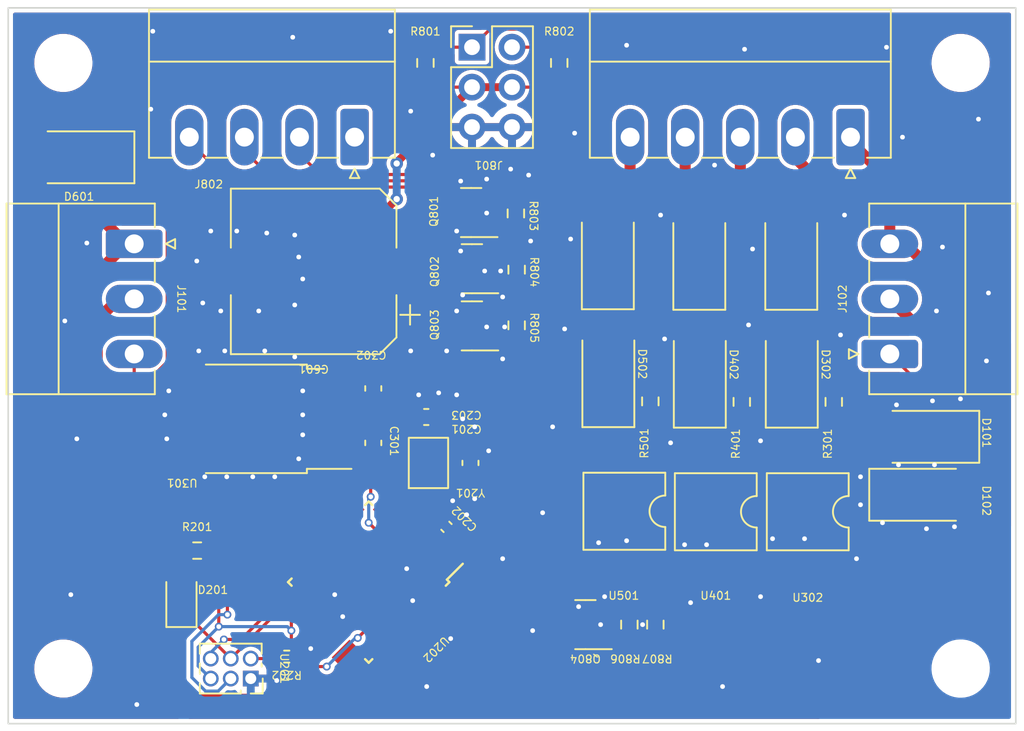
<source format=kicad_pcb>
(kicad_pcb (version 20221018) (generator pcbnew)
  (layers (0 "F.Cu" signal) (31 "B.Cu" signal) (34 "B.Paste" user) (35 "F.Paste" user) (36 "B.SilkS" user "B.Silkscreen") (37 "F.SilkS" user "F.Silkscreen") (38 "B.Mask" user) (39 "F.Mask" user) (44 "Edge.Cuts" user))
  (net 0 "")
  (net 1 "GND")
  (net 2 "VCC")
  (net 3 "+12V")
  (net 4 "Net-(D101-K)")
  (net 5 "/track_left")
  (net 6 "/Buffer/TRACK")
  (net 7 "/Brake/COM")
  (net 8 "Net-(D201-A)")
  (net 10 "/CPU/X1")
  (net 11 "+5V")
  (net 12 "/CPU/X2")
  (net 13 "/Brake/TRACK")
  (net 14 "/CPU/SCK")
  (net 15 "Net-(D301-K)")
  (net 16 "Net-(D501-K)")
  (net 17 "Net-(D401-K)")
  (net 18 "/Stop/TRACK")
  (net 19 "/ring_right")
  (net 20 "/CPU/downline")
  (net 21 "Net-(Q804-G)")
  (net 22 "Net-(R501-Pad2)")
  (net 23 "/CPU/PWM")
  (net 24 "/ring_left")
  (net 25 "/CPU/main")
  (net 26 "/signals/green_amp")
  (net 27 "/signals/yellow_amp")
  (net 28 "/signals/red_amp")
  (net 29 "/buffer")
  (net 30 "/brake")
  (net 31 "/stop")
  (net 33 "Net-(Q801-B)")
  (net 34 "Net-(Q802-B)")
  (net 35 "Net-(Q803-B)")
  (net 36 "/CPU/reset")
  (net 37 "Net-(R301-Pad2)")
  (net 38 "Net-(R401-Pad2)")
  (net 41 "/CPU/green")
  (net 42 "/CPU/yellow")
  (net 43 "/CPU/red")
  (net 44 "/CPU/MOSI")
  (net 45 "/CPU/MISO")
  (net 48 "/CPU/upline")
  (net 49 "/CPU/dist")
  (footprint "Resistor_SMD:R_0603_1608Metric_Pad0.98x0.95mm_HandSolder" (layer "F.Cu") (at 54 56 180)
    (fp_text reference "R201")
    (fp_text value "6k2")
  )
  (footprint "Connector_Phoenix_MC:PhoenixContact_MC_1,5_3-G-3.5_1x03_P3.50mm_Horizontal" (layer "F.Cu") (at 50 36.5 -90)
    (fp_text reference "J101")
    (fp_text value "Screw_Terminal_01x04")
  )
  (footprint "Package_TO_SOT_SMD:SOT-23" (layer "F.Cu") (at 71.404 34.5115 180)
    (fp_text reference "Q801")
    (fp_text value "NPN_TOR")
  )
  (footprint "custom_kicad_lib_sk:R_0603_smalltext" (layer "F.Cu") (at 88.596999 46.547 -90)
    (fp_text reference "R401")
    (fp_text value "47R")
  )
  (footprint "Package_TO_SOT_SMD:TO-252-2" (layer "F.Cu") (at 57.66 47.625 180)
    (fp_text reference "U301")
    (fp_text value "LM78M05_TO252")
  )
  (footprint "Capacitor_SMD:C_0603_1608Metric_Pad1.08x0.95mm_HandSolder" (layer "F.Cu") (at 65.187 45.6925 -90)
    (fp_text reference "C302")
    (fp_text value "100nF")
  )
  (footprint "Package_DIP:SMDIP-4_W7.62mm" (layer "F.Cu") (at 86.945999 53.532 -90)
    (fp_text reference "U401")
    (fp_text value "EL817S")
  )
  (footprint "custom_kicad_lib_sk:crystal_arduino" (layer "F.Cu") (at 68.693 50.428208 90)
    (fp_text reference "Y201")
    (fp_text value "Crystal_GND2")
  )
  (footprint "Diode_SMD:D_SMA" (layer "F.Cu") (at 85.898 37.181 90)
    (fp_text reference "D401" hide)
    (fp_text value "SS53")
  )
  (footprint "Diode_SMD:D_SMA" (layer "F.Cu") (at 85.93 44.674 90)
    (fp_text reference "D402")
    (fp_text value "SS53")
  )
  (footprint "custom_kicad_lib_sk:R_0603_smalltext" (layer "F.Cu") (at 94.438999 46.547 -90)
    (fp_text reference "R301")
    (fp_text value "47R")
  )
  (footprint "custom_kicad_lib_sk:R_0603_smalltext" (layer "F.Cu") (at 82.786998 46.515 -90)
    (fp_text reference "R501")
    (fp_text value "47R")
  )
  (footprint "Package_TO_SOT_SMD:SOT-23" (layer "F.Cu") (at 78.6615 60.706 180)
    (fp_text reference "Q804")
    (fp_text value "AO3400A")
  )
  (footprint "Diode_SMD:D_SMA" (layer "F.Cu") (at 91.772 44.674 90)
    (fp_text reference "D302")
    (fp_text value "SS53")
  )
  (footprint "custom_kicad_lib_sk:R_0603_smalltext" (layer "F.Cu") (at 81.4555 60.706 90)
    (fp_text reference "R806")
    (fp_text value "22k")
  )
  (footprint "Connector_Phoenix_MC:PhoenixContact_MC_1,5_3-G-3.5_1x03_P3.50mm_Horizontal" (layer "F.Cu") (at 98 43.5 90)
    (fp_text reference "J102")
    (fp_text value "Screw_Terminal_01x04")
  )
  (footprint "Capacitor_SMD:C_0603_1608Metric" (layer "F.Cu") (at 71.36 50.428208 -90)
    (fp_text reference "C201")
    (fp_text value "12pF")
  )
  (footprint "Package_DIP:SMDIP-4_W7.62mm" (layer "F.Cu") (at 81.135998 53.5 -90)
    (fp_text reference "U501")
    (fp_text value "EL817S")
  )
  (footprint "Package_TO_SOT_SMD:SOT-23" (layer "F.Cu") (at 71.4525 38.0815 180)
    (fp_text reference "Q802")
    (fp_text value "NPN_TOR")
  )
  (footprint "Capacitor_SMD:C_0603_1608Metric_Pad1.08x0.95mm_HandSolder" (layer "F.Cu") (at 65.187 49.155 90)
    (fp_text reference "C301")
    (fp_text value "330nF")
  )
  (footprint "Capacitor_SMD:CP_Elec_10x10" (layer "F.Cu") (at 61.3995 38.253 180)
    (fp_text reference "C601")
    (fp_text value "220uF")
  )
  (footprint "Capacitor_SMD:C_0603_1608Metric" (layer "F.Cu") (at 68.553 47.507208 180)
    (fp_text reference "C203")
    (fp_text value "12pF")
  )
  (footprint "LED_SMD:LED_0805_2012Metric_Pad1.15x1.40mm_HandSolder" (layer "F.Cu") (at 53 59 90)
    (fp_text reference "D201")
    (fp_text value "LED")
  )
  (footprint "Diode_SMD:D_SMA" (layer "F.Cu") (at 80.087998 37.149 90)
    (fp_text reference "D501" hide)
    (fp_text value "SS53")
  )
  (footprint "Diode_SMD:D_SMA" (layer "F.Cu") (at 46.5 31 180)
    (fp_text reference "D601")
    (fp_text value "SS53")
  )
  (footprint "Diode_SMD:D_SMA" (layer "F.Cu") (at 100.203 52.451)
    (fp_text reference "D102")
    (fp_text value "SS53")
  )
  (footprint "Diode_SMD:D_SMA" (layer "F.Cu") (at 91.74 37.181 90)
    (fp_text reference "D301" hide)
    (fp_text value "SS53")
  )
  (footprint "custom_kicad_lib_sk:R_0603_smalltext" (layer "F.Cu") (at 68.5 25 -90)
    (fp_text reference "R801")
    (fp_text value "10k")
  )
  (footprint "Diode_SMD:D_SMA" (layer "F.Cu") (at 100.171 48.768 180)
    (fp_text reference "D101")
    (fp_text value "SS53")
  )
  (footprint "Package_TO_SOT_SMD:SOT-23" (layer "F.Cu") (at 71.4525 41.717 180)
    (fp_text reference "Q803")
    (fp_text value "NPN_TOR")
  )
  (footprint "Capacitor_SMD:C_0402_1005Metric" (layer "F.Cu") (at 69.836 54.492208 -45)
    (fp_text reference "C202")
    (fp_text value "100nF")
  )
  (footprint "MountingHole:MountingHole_3.2mm_M3" (layer "F.Cu") (at 45.5 25)
    (fp_text reference "REF**" hide)
    (fp_text value "MountingHole_3.2mm_M3")
  )
  (footprint "custom_kicad_lib_sk:R_0603_smalltext" (layer "F.Cu") (at 74.295 38.1425 -90)
    (fp_text reference "R804")
    (fp_text value "1k")
  )
  (footprint "MountingHole:MountingHole_3.2mm_M3" (layer "F.Cu") (at 102.5 63.5)
    (fp_text reference "REF**" hide)
    (fp_text value "MountingHole_3.2mm_M3")
  )
  (footprint "custom_kicad_lib_sk:R_0603_smalltext" (layer "F.Cu") (at 74.2465 34.5675 -90)
    (fp_text reference "R803")
    (fp_text value "1k")
  )
  (footprint "Package_QFP:TQFP-32_7x7mm_P0.8mm" (layer "F.Cu") (at 64.897 58.004208 -135)
    (fp_text reference "U202")
    (fp_text value "ATmega328-A")
  )
  (footprint "custom_kicad_lib_sk:R_0603_smalltext" (layer "F.Cu") (at 77 25 -90)
    (fp_text reference "R802")
    (fp_text value "10k")
  )
  (footprint "Connector_PinSocket_1.27mm:PinSocket_2x03_P1.27mm_Vertical" (layer "F.Cu") (at 57.404 64.135 -90)
    (fp_text reference "U201")
    (fp_text value "HEADER_3x2")
  )
  (footprint "custom_kicad_lib_sk:R_0603_smalltext" (layer "F.Cu") (at 74.295 41.6795 -90)
    (fp_text reference "R805")
    (fp_text value "1k")
  )
  (footprint "Package_DIP:SMDIP-4_W7.62mm" (layer "F.Cu") (at 92.787999 53.532 -90)
    (fp_text reference "U302")
    (fp_text value "EL817S")
  )
  (footprint "custom_kicad_lib_sk:R_0603_smalltext" (layer "F.Cu") (at 83.1065 60.706 90)
    (fp_text reference "R807")
    (fp_text value "22R")
  )
  (footprint "MountingHole:MountingHole_3.2mm_M3" (layer "F.Cu") (at 45.5 63.5)
    (fp_text reference "REF**" hide)
    (fp_text value "MountingHole_3.2mm_M3")
  )
  (footprint "MountingHole:MountingHole_3.2mm_M3" (layer "F.Cu") (at 102.5 25)
    (fp_text reference "REF**" hide)
    (fp_text value "MountingHole_3.2mm_M3")
  )
  (footprint "Diode_SMD:D_SMA" (layer "F.Cu") (at 80.119998 44.642 90)
    (fp_text reference "D502")
    (fp_text value "SS53")
  )
  (footprint "Connector_Phoenix_MC:PhoenixContact_MC_1,5_4-G-3.5_1x04_P3.50mm_Horizontal" (layer "F.Cu") (at 64 29.718 180)
    (fp_text reference "J802")
    (fp_text value "Conn_01x04")
  )
  (footprint "Connector_Phoenix_MC:PhoenixContact_MC_1,5_5-G-3.5_1x05_P3.50mm_Horizontal" (layer "F.Cu") (at 95.504 29.718 180)
    (fp_text reference "J103" hide)
    (fp_text value "Screw_Terminal_01x04")
  )
  (footprint "Resistor_SMD:R_0402_1005Metric_Pad0.72x0.64mm_HandSolder" (layer "F.Cu") (at 59.69 62.738 180)
    (fp_text reference "R202")
    (fp_text value "10k")
  )
  (footprint "Connector_PinHeader_2.54mm:PinHeader_2x03_P2.54mm_Vertical" (layer "F.Cu") (at 71.46 24)
    (fp_text reference "J801")
    (fp_text value "Conn_02x03_Odd_Even")
  )
  (gr_rect (start 42 21.5) (end 106 67) (stroke (width 0.1)) (fill none) (layer "Edge.Cuts"))
  (segment (start 68.693 50.278208) (end 69.643 49.328208) (width 0.2) (layer "F.Cu") (net 1))
  (segment (start 69.766645 54.831619) (end 70.175411 54.831619) (width 0.2) (layer "F.Cu") (net 1))
  (segment (start 67.743 51.228208) (end 68.693 50.278208) (width 0.2) (layer "F.Cu") (net 1))
  (segment (start 71.36 49.653208) (end 69.968 49.653208) (width 0.2) (layer "F.Cu") (net 1))
  (segment (start 68.750732 55.847532) (end 69.766645 54.831619) (width 0.2) (layer "F.Cu") (net 1))
  (segment (start 68.841928 53.493594) (end 69.735386 53.493594) (width 0.2) (layer "F.Cu") (net 1))
  (segment (start 70.175411 53.933619) (end 70.175411 54.831619) (width 0.2) (layer "F.Cu") (net 1))
  (segment (start 62.174639 61.292255) (end 62.151745 61.292255) (width 0.2) (layer "F.Cu") (net 1))
  (segment (start 67.619361 54.716161) (end 68.841928 53.493594) (width 0.2) (layer "F.Cu") (net 1))
  (segment (start 69.328 47.507208) (end 69.328 49.013208) (width 0.2) (layer "F.Cu") (net 1))
  (segment (start 62.151745 61.292255) (end 61.214 62.23) (width 0.2) (layer "F.Cu") (net 1))
  (segment (start 69.735386 53.493594) (end 70.175411 53.933619) (width 0.2) (layer "F.Cu") (net 1))
  (via (at 58.42 35.814) (size 0.5) (drill 0.3) (layers "F.Cu" "B.Cu") (net 1))
  (via (at 75.311 61.087) (size 0.5) (drill 0.3) (layers "F.Cu" "B.Cu") (net 1))
  (via (at 104.267 39.624) (size 0.5) (drill 0.3) (layers "F.Cu" "B.Cu") (net 1))
  (via (at 60.706 38.735) (size 0.5) (drill 0.3) (layers "F.Cu" "B.Cu") (net 1))
  (via (at 95.885 56.515) (size 0.5) (drill 0.3) (layers "F.Cu" "B.Cu") (net 1))
  (via (at 54.864 35.687) (size 0.5) (drill 0.3) (layers "F.Cu" "B.Cu") (net 1))
  (via (at 60.198 43.688) (size 0.5) (drill 0.3) (layers "F.Cu" "B.Cu") (net 1))
  (via (at 84.963 55.626) (size 0.5) (drill 0.3) (layers "F.Cu" "B.Cu") (net 1))
  (via (at 73.279 38.227) (size 0.5) (drill 0.3) (layers "F.Cu" "B.Cu") (net 1))
  (via (at 72.39 34.544) (size 0.5) (drill 0.3) (layers "F.Cu" "B.Cu") (net 1))
  (via (at 72.263 38.227) (size 0.5) (drill 0.3) (layers "F.Cu" "B.Cu") (net 1))
  (via (at 81.28 23.876) (size 0.5) (drill 0.3) (layers "F.Cu" "B.Cu") (net 1))
  (via (at 51.054 27.94) (size 0.5) (drill 0.3) (layers "F.Cu" "B.Cu") (net 1))
  (via (at 98.425 46.736) (size 0.5) (drill 0.3) (layers "F.Cu" "B.Cu") (net 1))
  (via (at 97.536 54.229) (size 0.5) (drill 0.3) (layers "F.Cu" "B.Cu") (net 1))
  (via (at 100.33 54.61) (size 0.5) (drill 0.3) (layers "F.Cu" "B.Cu") (net 1))
  (via (at 94.869 42.291) (size 0.5) (drill 0.3) (layers "F.Cu" "B.Cu") (net 1))
  (via (at 60.706 47.371) (size 0.5) (drill 0.3) (layers "F.Cu" "B.Cu") (net 1))
  (via (at 63.246 60.198) (size 0.5) (drill 0.3) (layers "F.Cu" "B.Cu") (net 1))
  (via (at 87.376 64.643) (size 0.5) (drill 0.3) (layers "F.Cu" "B.Cu") (net 1))
  (via (at 70.866 39.751) (size 0.5) (drill 0.3) (layers "F.Cu" "B.Cu") (net 1))
  (via (at 46.355 48.895) (size 0.5) (drill 0.3) (layers "F.Cu" "B.Cu") (net 1))
  (via (at 60.198 40.386) (size 0.5) (drill 0.3) (layers "F.Cu" "B.Cu") (net 1))
  (via (at 97.79 24.003) (size 0.5) (drill 0.3) (layers "F.Cu" "B.Cu") (net 1))
  (via (at 45.974 58.801) (size 0.5) (drill 0.3) (layers "F.Cu" "B.Cu") (net 1))
  (via (at 72.517 49.657) (size 0.5) (drill 0.3) (layers "F.Cu" "B.Cu") (net 1))
  (via (at 83.439 34.671) (size 0.5) (drill 0.3) (layers "F.Cu" "B.Cu") (net 1))
  (via (at 57.531 51.308) (size 0.5) (drill 0.3) (layers "F.Cu" "B.Cu") (net 1))
  (via (at 88.773 24.13) (size 0.5) (drill 0.3) (layers "F.Cu" "B.Cu") (net 1))
  (via (at 73.406 43.815) (size 0.5) (drill 0.3) (layers "F.Cu" "B.Cu") (net 1))
  (via (at 90.551 55.245) (size 0.5) (drill 0.3) (layers "F.Cu" "B.Cu") (net 1))
  (via (at 55.753 43.307) (size 0.5) (drill 0.3) (layers "F.Cu" "B.Cu") (net 1))
  (via (at 76.581 48.133) (size 0.5) (drill 0.3) (layers "F.Cu" "B.Cu") (net 1))
  (via (at 67.564 43.307) (size 0.5) (drill 0.3) (layers "F.Cu" "B.Cu") (net 1))
  (via (at 75.184 36.322) (size 0.5) (drill 0.3) (layers "F.Cu" "B.Cu") (net 1))
  (via (at 98.806 29.718) (size 0.5) (drill 0.3) (layers "F.Cu" "B.Cu") (net 1))
  (via (at 58.293 43.307) (size 0.5) (drill 0.3) (layers "F.Cu" "B.Cu") (net 1))
  (via (at 71.628 52.705) (size 0.5) (drill 0.3) (layers "F.Cu" "B.Cu") (net 1))
  (via (at 95.123 34.671) (size 0.5) (drill 0.3) (layers "F.Cu" "B.Cu") (net 1))
  (via (at 84.074 49.149) (size 0.5) (drill 0.3) (layers "F.Cu" "B.Cu") (net 1))
  (via (at 70.739 32.512) (size 0.5) (drill 0.3) (layers "F.Cu" "B.Cu") (net 1))
  (via (at 54.102 43.307) (size 0.5) (drill 0.3) (layers "F.Cu" "B.Cu") (net 1))
  (via (at 100.711 46.482) (size 0.5) (drill 0.3) (layers "F.Cu" "B.Cu") (net 1))
  (via (at 81.28 55.372) (size 0.5) (drill 0.3) (layers "F.Cu" "B.Cu") (net 1))
  (via (at 60.071 23.368) (size 0.5) (drill 0.3) (layers "F.Cu" "B.Cu") (net 1))
  (via (at 102.489 46.355) (size 0.5) (drill 0.3) (layers "F.Cu" "B.Cu") (net 1))
  (via (at 102.108 54.483) (size 0.5) (drill 0.3) (layers "F.Cu" "B.Cu") (net 1))
  (via (at 53.975 37.592) (size 0.5) (drill 0.3) (layers "F.Cu" "B.Cu") (net 1))
  (via (at 77.343 41.91) (size 0.5) (drill 0.3) (layers "F.Cu" "B.Cu") (net 1))
  (via (at 60.706 45.847) (size 0.5) (drill 0.3) (layers "F.Cu" "B.Cu") (net 1))
  (via (at 89.027 41.656) (size 0.5) (drill 0.3) (layers "F.Cu" "B.Cu") (net 1))
  (via (at 54.483 51.308) (size 0.5) (drill 0.3) (layers "F.Cu" "B.Cu") (net 1))
  (via (at 75.946 53.594) (size 0.5) (drill 0.3) (layers "F.Cu" "B.Cu") (net 1))
  (via (at 70.866 47.625) (size 0.5) (drill 0.3) (layers "F.Cu" "B.Cu") (net 1))
  (via (at 78.232 59.563) (size 0.5) (drill 0.3) (layers "F.Cu" "B.Cu") (net 1))
  (via (at 46.99 36.449) (size 0.5) (drill 0.3) (layers "F.Cu" "B.Cu") (net 1))
  (via (at 100.965 40.767) (size 0.5) (drill 0.3) (layers "F.Cu" "B.Cu") (net 1))
  (via (at 70.485 40.767) (size 0.5) (drill 0.3) (layers "F.Cu" "B.Cu") (net 1))
  (via (at 103.632 28.575) (size 0.5) (drill 0.3) (layers "F.Cu" "B.Cu") (net 1))
  (via (at 86.36 55.626) (size 0.5) (drill 0.3) (layers "F.Cu" "B.Cu") (net 1))
  (via (at 70.231 52.832) (size 0.5) (drill 0.3) (layers "F.Cu" "B.Cu") (net 1))
  (via (at 79.629 60.706) (size 0.5) (drill 0.3) (layers "F.Cu" "B.Cu") (net 1))
  (via (at 71.628 48.133) (size 0.5) (drill 0.3) (layers "F.Cu" "B.Cu") (net 1))
  (via (at 70.739 36.957) (size 0.5) (drill 0.3) (layers "F.Cu" "B.Cu") (net 1))
  (via (at 101.346 36.703) (size 0.5) (drill 0.3) (layers "F.Cu" "B.Cu") (net 1))
  (via (at 83.693 42.545) (size 0.5) (drill 0.3) (layers "F.Cu" "B.Cu") (net 1))
  (via (at 79.883 58.928) (size 0.5) (drill 0.3) (layers "F.Cu" "B.Cu") (net 1))
  (via (at 51.943 47.371) (size 0.5) (drill 0.3) (layers "F.Cu" "B.Cu") (net 1))
  (via (at 73.533 41.783) (size 0.5) (drill 0.3) (layers "F.Cu" "B.Cu") (net 1))
  (via (at 66.294 22.987) (size 0.5) (drill 0.3) (layers "F.Cu" "B.Cu") (net 1))
  (via (at 68.072 46.101) (size 0.5) (drill 0.3) (layers "F.Cu" "B.Cu") (net 1))
  (via (at 68.58 64.643) (size 0.5) (drill 0.3) (layers "F.Cu" "B.Cu") (net 1))
  (via (at 59.055 64.262) (size 0.5) (drill 0.3) (layers "F.Cu" "B.Cu") (net 1))
  (via (at 89.789 58.928) (size 0.5) (drill 0.3) (layers "F.Cu" "B.Cu") (net 1))
  (via (at 72.39 41.783) (size 0.5) (drill 0.3) (layers "F.Cu" "B.Cu") (net 1))
  (via (at 67.31 57.15) (size 0.5) (drill 0.3) (layers "F.Cu" "B.Cu") (net 1))
  (via (at 58.928 51.308) (size 0.5) (drill 0.3) (layers "F.Cu" "B.Cu") (net 1))
  (via (at 62.738 58.801) (size 0.5) (drill 0.3) (layers "F.Cu" "B.Cu") (net 1))
  (via (at 52.07 48.895) (size 0.5) (drill 0.3) (layers "F.Cu" "B.Cu") (net 1))
  (via (at 73.406 39.878) (size 0.5) (drill 0.3) (layers "F.Cu" "B.Cu") (net 1))
  (via (at 73.914 31.75) (size 0.5) (drill 0.3) (layers "F.Cu" "B.Cu") (net 1))
  (via (at 67.691 59.182) (size 0.5) (drill 0.3) (layers "F.Cu" "B.Cu") (net 1))
  (via (at 82.296 60.706) (size 0.5) (drill 0.3) (layers "F.Cu" "B.Cu") (net 1))
  (via (at 54.356 40.259) (size 0.5) (drill 0.3) (layers "F.Cu" "B.Cu") (net 1))
  (via (at 60.198 35.941) (size 0.5) (drill 0.3) (layers "F.Cu" "B.Cu") (net 1))
  (via (at 86.868 31.496) (size 0.5) (drill 0.3) (layers "F.Cu" "B.Cu") (net 1))
  (via (at 73.406 56.515) (size 0.5) (drill 0.3) (layers "F.Cu" "B.Cu") (net 1))
  (via (at 71.12 53.721) (size 0.5) (drill 0.3) (layers "F.Cu" "B.Cu") (net 1))
  (via (at 96.139 51.308) (size 0.5) (drill 0.3) (layers "F.Cu" "B.Cu") (net 1))
  (via (at 70.104 61.595) (size 0.5) (drill 0.3) (layers "F.Cu" "B.Cu") (net 1))
  (via (at 55.499 40.767) (size 0.5) (drill 0.3) (layers "F.Cu" "B.Cu") (net 1))
  (via (at 70.485 35.687) (size 0.5) (drill 0.3) (layers "F.Cu" "B.Cu") (net 1))
  (via (at 60.706 48.641) (size 0.5) (drill 0.3) (layers "F.Cu" "B.Cu") (net 1))
  (via (at 61.214 62.23) (size 0.5) (drill 0.3) (layers "F.Cu" "B.Cu") (net 1))
  (via (at 93.472 62.992) (size 0.5) (drill 0.3) (layers "F.Cu" "B.Cu") (net 1))
  (via (at 92.583 55.245) (size 0.5) (drill 0.3) (layers "F.Cu" "B.Cu") (net 1))
  (via (at 50.165 65.786) (size 0.5) (drill 0.3) (layers "F.Cu" "B.Cu") (net 1))
  (via (at 70.485 46.101) (size 0.5) (drill 0.3) (layers "F.Cu" "B.Cu") (net 1))
  (via (at 57.912 40.767) (size 0.5) (drill 0.3) (layers "F.Cu" "B.Cu") (net 1))
  (via (at 77.978 29.464) (size 0.5) (drill 0.3) (layers "F.Cu" "B.Cu") (net 1))
  (via (at 55.88 51.308) (size 0.5) (drill 0.3) (layers "F.Cu" "B.Cu") (net 1))
  (via (at 67.564 28.067) (size 0.5) (drill 0.3) (layers "F.Cu" "B.Cu") (net 1))
  (via (at 100.838 50.546) (size 0.5) (drill 0.3) (layers "F.Cu" "B.Cu") (net 1))
  (via (at 72.39 32.385) (size 0.5) (drill 0.3) (layers "F.Cu" "B.Cu") (net 1))
  (via (at 51.181 22.987) (size 0.5) (drill 0.3) (layers "F.Cu" "B.Cu") (net 1))
  (via (at 75.057 32.131) (size 0.5) (drill 0.3) (layers "F.Cu" "B.Cu") (net 1))
  (via (at 69.342 45.974) (size 0.5) (drill 0.3) (layers "F.Cu" "B.Cu") (net 1))
  (via (at 60.452 50.165) (size 0.5) (drill 0.3) (layers "F.Cu" "B.Cu") (net 1))
  (via (at 77.724 36.195) (size 0.5) (drill 0.3) (layers "F.Cu" "B.Cu") (net 1))
  (via (at 98.552 50.546) (size 0.5) (drill 0.3) (layers "F.Cu" "B.Cu") (net 1))
  (via (at 89.789 49.022) (size 0.5) (drill 0.3) (layers "F.Cu" "B.Cu") (net 1))
  (via (at 104.14 43.942) (size 0.5) (drill 0.3) (layers "F.Cu" "B.Cu") (net 1))
  (via (at 89.281 36.83) (size 0.5) (drill 0.3) (layers "F.Cu" "B.Cu") (net 1))
  (via (at 60.452 37.338) (size 0.5) (drill 0.3) (layers "F.Cu" "B.Cu") (net 1))
  (via (at 85.344 59.309) (size 0.5) (drill 0.3) (layers "F.Cu" "B.Cu") (net 1))
  (via (at 56.515 35.687) (size 0.5) (drill 0.3) (layers "F.Cu" "B.Cu") (net 1))
  (via (at 69.85 43.307) (size 0.5) (drill 0.3) (layers "F.Cu" "B.Cu") (net 1))
  (via (at 96.139 53.086) (size 0.5) (drill 0.3) (layers "F.Cu" "B.Cu") (net 1))
  (via (at 68.961 30.861) (size 0.5) (drill 0.3) (layers "F.Cu" "B.Cu") (net 1))
  (via (at 52.197 45.847) (size 0.5) (drill 0.3) (layers "F.Cu" "B.Cu") (net 1))
  (via (at 45.593 41.402) (size 0.5) (drill 0.3) (layers "F.Cu" "B.Cu") (net 1))
  (via (at 79.502 55.499) (size 0.5) (drill 0.3) (layers "F.Cu" "B.Cu") (net 1))
  (segment (start 65.0745 49.905) (end 65.187 50.0175) (width 0.5) (layer "F.Cu") (net 3))
  (segment (start 62.8125 50.0175) (end 62.7 49.905) (width 0.2) (layer "F.Cu") (net 3))
  (segment (start 50.65 45.80061) (end 50.65 49.253) (width 0.7) (layer "F.Cu") (net 3))
  (segment (start 52.35 44.10061) (end 50.65 45.80061) (width 0.7) (layer "F.Cu") (net 3))
  (segment (start 48.5 31) (end 52.35 34.85) (width 0.7) (layer "F.Cu") (net 3))
  (segment (start 53.721 52.324) (end 60.281 52.324) (width 0.7) (layer "F.Cu") (net 3))
  (segment (start 50.65 49.253) (end 53.721 52.324) (width 0.7) (layer "F.Cu") (net 3))
  (segment (start 60.281 52.324) (end 62.7 49.905) (width 0.7) (layer "F.Cu") (net 3))
  (segment (start 52.35 34.85) (end 52.35 44.10061) (width 0.7) (layer "F.Cu") (net 3))
  (segment (start 62.7 49.905) (end 65.0745 49.905) (width 0.5) (layer "F.Cu") (net 3))
  (segment (start 102.203 48.8) (end 102.171 48.768) (width 0.7) (layer "F.Cu") (net 4))
  (segment (start 102.203 52.451) (end 102.203 48.8) (width 0.7) (layer "F.Cu") (net 4))
  (segment (start 95.463999 45.058307) (end 93.659999 43.254307) (width 0.7) (layer "F.Cu") (net 5))
  (segment (start 98.171 48.768) (end 95.463999 46.060999) (width 0.7) (layer "F.Cu") (net 5))
  (segment (start 95.463999 46.060999) (end 95.463999 45.058307) (width 0.7) (layer "F.Cu") (net 5))
  (segment (start 93.659999 32.699999) (end 92.004 31.044) (width 0.7) (layer "F.Cu") (net 5))
  (segment (start 93.659999 43.254307) (end 93.659999 32.699999) (width 0.7) (layer "F.Cu") (net 5))
  (segment (start 92.004 31.044) (end 92.004 29.718) (width 0.7) (layer "F.Cu") (net 5))
  (segment (start 88.504 29.718) (end 88.504 31.945) (width 0.7) (layer "F.Cu") (net 6))
  (segment (start 94.438999 45.6345) (end 93.009999 44.2055) (width 0.2) (layer "F.Cu") (net 6))
  (segment (start 93.009999 44.2055) (end 93.009999 36.450999) (width 0.2) (layer "F.Cu") (net 6))
  (segment (start 88.504 31.945) (end 91.74 35.181) (width 0.7) (layer "F.Cu") (net 6))
  (segment (start 93.009999 36.450999) (end 91.74 35.181) (width 0.2) (layer "F.Cu") (net 6))
  (segment (start 77.724 60.706) (end 77.216 60.706) (width 0.7) (layer "F.Cu") (net 7))
  (segment (start 89.967999 51.272) (end 86.775999 51.272) (width 0.7) (layer "F.Cu") (net 7))
  (segment (start 85.675999 49.722) (end 84.157999 51.24) (width 0.7) (layer "F.Cu") (net 7))
  (segment (start 85.93 46.674) (end 85.93 49.467999) (width 0.7) (layer "F.Cu") (net 7))
  (segment (start 77.724 57.785) (end 77.724 51.831998) (width 0.7) (layer "F.Cu") (net 7))
  (segment (start 91.517999 49.722) (end 89.967999 51.272) (width 0.7) (layer "F.Cu") (net 7))
  (segment (start 77.724 51.831998) (end 79.865998 49.69) (width 0.7) (layer "F.Cu") (net 7))
  (segment (start 76.835 60.325) (end 76.835 58.674) (width 0.7) (layer "F.Cu") (net 7))
  (segment (start 79.865998 50.365998) (end 79.865998 49.69) (width 0.7) (layer "F.Cu") (net 7))
  (segment (start 85.675999 50.172) (end 85.675999 49.722) (width 0.7) (layer "F.Cu") (net 7))
  (segment (start 80.74 51.24) (end 79.865998 50.365998) (width 0.7) (layer "F.Cu") (net 7))
  (segment (start 91.517999 49.722) (end 91.517999 46.928) (width 0.2) (layer "F.Cu") (net 7))
  (segment (start 84.157999 51.24) (end 80.74 51.24) (width 0.7) (layer "F.Cu") (net 7))
  (segment (start 76.835 58.674) (end 77.724 57.785) (width 0.7) (layer "F.Cu") (net 7))
  (segment (start 86.775999 51.272) (end 85.675999 50.172) (width 0.7) (layer "F.Cu") (net 7))
  (segment (start 80.119998 46.642) (end 80.119998 49.436) (width 0.7) (layer "F.Cu") (net 7))
  (segment (start 77.216 60.706) (end 76.835 60.325) (width 0.7) (layer "F.Cu") (net 7))
  (segment (start 91.772 46.674) (end 91.772 49.467999) (width 0.7) (layer "F.Cu") (net 7))
  (segment (start 85.675999 49.722) (end 85.675999 46.928) (width 0.2) (layer "F.Cu") (net 7))
  (segment (start 53 56.0875) (end 53.0875 56) (width 0.2) (layer "F.Cu") (net 8))
  (segment (start 53 57.975) (end 53 56.0875) (width 0.2) (layer "F.Cu") (net 8))
  (segment (start 71.36 51.203208) (end 69.968 51.203208) (width 0.2) (layer "F.Cu") (net 10))
  (segment (start 67.231573 52.841208) (end 68.33 52.841208) (width 0.2) (layer "F.Cu") (net 10))
  (segment (start 69.968 51.203208) (end 69.643 51.528208) (width 0.2) (layer "F.Cu") (net 10))
  (segment (start 68.33 52.841208) (end 69.643 51.528208) (width 0.2) (layer "F.Cu") (net 10))
  (segment (start 66.48799 53.584791) (end 67.231573 52.841208) (width 0.2) (layer "F.Cu") (net 10))
  (segment (start 62.7 45.345) (end 64.672 45.345) (width 0.5) (layer "F.Cu") (net 11))
  (segment (start 69.1275 26.54) (end 68.5 25.9125) (width 0.2) (layer "F.Cu") (net 11))
  (segment (start 66.675 31.3925) (end 66.675 31.325) (width 0.5) (layer "F.Cu") (net 11))
  (segment (start 66.04 55.164152) (end 66.126576 55.077576) (width 0.2) (layer "F.Cu") (net 11))
  (segment (start 66.04 55.626) (end 66.548 56.134) (width 0.2) (layer "F.Cu") (net 11))
  (segment (start 65.024 52.578) (end 65.024 51.47814) (width 0.2) (layer "F.Cu") (net 11))
  (segment (start 66.04 55.372) (end 66.04 55.164152) (width 0.2) (layer "F.Cu") (net 11))
  (segment (start 66.04 55.626) (end 66.04 55.372) (width 0.2) (layer "F.Cu") (net 11))
  (segment (start 65.3995 44.6175) (end 65.3995 38.253) (width 0.5) (layer "F.Cu") (net 11))
  (segment (start 71.46 26.54) (end 69.1275 26.54) (width 0.2) (layer "F.Cu") (net 11))
  (segment (start 59.983128 60.089653) (end 60.477583 59.595198) (width 0.2) (layer "F.Cu") (net 11))
  (segment (start 66.126576 55.077576) (end 65.745576 55.077576) (width 0.2) (layer "F.Cu") (net 11))
  (segment (start 66.126576 55.077576) (end 67.053676 54.150476) (width 0.2) (layer "F.Cu") (net 11))
  (segment (start 59.983128 61.087) (end 59.983128 60.089653) (width 0.2) (layer "F.Cu") (net 11))
  (segment (start 65.3995 38.253) (end 65.3995 34.9305) (width 0.5) (layer "F.Cu") (net 11))
  (segment (start 68.185047 55.281847) (end 67.332894 56.134) (width 0.2) (layer "F.Cu") (net 11))
  (segment (start 65.962 45.605) (end 65.187 44.83) (width 0.2) (layer "F.Cu") (net 11))
  (segment (start 64.672 45.345) (end 65.187 44.83) (width 0.5) (layer "F.Cu") (net 11))
  (segment (start 69.314097 54.152797) (end 68.185047 55.281847) (width 0.2) (layer "F.Cu") (net 11))
  (segment (start 65.745576 55.077576) (end 64.897 54.229) (width 0.2) (layer "F.Cu") (net 11))
  (segment (start 59.983128 62.433628) (end 59.983128 61.087) (width 0.2) (layer "F.Cu") (net 11))
  (segment (start 66.675 31.325) (end 71.46 26.54) (width 0.5) (layer "F.Cu") (net 11))
  (segment (start 65.962 50.54014) (end 65.962 45.605) (width 0.2) (layer "F.Cu") (net 11))
  (segment (start 65.024 51.47814) (end 65.962 50.54014) (width 0.2) (layer "F.Cu") (net 11))
  (segment (start 71.46 26.54) (end 74 26.54) (width 0.5) (layer "F.Cu") (net 11))
  (segment (start 76.3725 26.54) (end 77 25.9125) (width 0.2) (layer "F.Cu") (net 11))
  (segment (start 65.786 55.626) (end 66.04 55.372) (width 0.2) (layer "F.Cu") (net 11))
  (segment (start 67.332894 56.134) (end 66.548 56.134) (width 0.2) (layer "F.Cu") (net 11))
  (segment (start 55.372 60.833) (end 55.372 56.4595) (width 0.2) (layer "F.Cu") (net 11))
  (segment (start 65.659 55.626) (end 64.446781 55.626) (width 0.2) (layer "F.Cu") (net 11))
  (segment (start 65.187 44.83) (end 64.932 45.085) (width 0.2) (layer "F.Cu") (net 11))
  (segment (start 60.2875 62.738) (end 59.983128 62.433628) (width 0.2) (layer "F.Cu") (net 11))
  (segment (start 74 26.54) (end 76.3725 26.54) (width 0.2) (layer "F.Cu") (net 11))
  (segment (start 69.496589 54.152797) (end 69.314097 54.152797) (width 0.2) (layer "F.Cu") (net 11))
  (segment (start 65.187 44.83) (end 65.3995 44.6175) (width 0.5) (layer "F.Cu") (net 11))
  (segment (start 55.372 56.4595) (end 54.9125 56) (width 0.2) (layer "F.Cu") (net 11))
  (segment (start 65.659 55.626) (end 65.786 55.626) (width 0.2) (layer "F.Cu") (net 11))
  (segment (start 66.04 55.626) (end 65.659 55.626) (width 0.2) (layer "F.Cu") (net 11))
  (segment (start 65.3995 34.9305) (end 66.675 33.655) (width 0.5) (layer "F.Cu") (net 11))
  (segment (start 64.446781 55.626) (end 60.477583 59.595198) (width 0.2) (layer "F.Cu") (net 11))
  (segment (start 62.96 45.085) (end 62.7 45.345) (width 0.2) (layer "F.Cu") (net 11))
  (via (at 65.024 52.578) (size 0.5) (drill 0.3) (layers "F.Cu" "B.Cu") (net 11))
  (via (at 59.983128 61.087) (size 0.5) (drill 0.3) (layers "F.Cu" "B.Cu") (net 11))
  (via (at 64.897 54.229) (size 0.5) (drill 0.3) (layers "F.Cu" "B.Cu") (net 11))
  (via (at 66.675 33.655) (size 0.8) (drill 0.4) (layers "F.Cu" "B.Cu") (net 11))
  (via (at 55.372 60.833) (size 0.5) (drill 0.3) (layers "F.Cu" "B.Cu") (net 11))
  (via (at 66.675 31.3925) (size 0.8) (drill 0.4) (layers "F.Cu" "B.Cu") (net 11))
  (segment (start 54.064 63.335) (end 54.064 62.141) (width 0.2) (layer "B.Cu") (net 11))
  (segment (start 54.864 64.135) (end 54.064 63.335) (width 0.2) (layer "B.Cu") (net 11))
  (segment (start 54.064 62.141) (end 55.372 60.833) (width 0.2) (layer "B.Cu") (net 11))
  (segment (start 66.675 33.655) (end 66.675 31.3925) (width 0.5) (layer "B.Cu") (net 11))
  (segment (start 64.897 52.705) (end 65.024 52.578) (width 0.2) (layer "B.Cu") (net 11))
  (segment (start 59.729128 60.833) (end 59.983128 61.087) (width 0.2) (layer "B.Cu") (net 11))
  (segment (start 55.372 60.833) (end 59.729128 60.833) (width 0.2) (layer "B.Cu") (net 11))
  (segment (start 64.897 54.229) (end 64.897 52.705) (width 0.2) (layer "B.Cu") (net 11))
  (segment (start 66.28 50.791208) (end 67.743 49.328208) (width 0.2) (layer "F.Cu") (net 12))
  (segment (start 66.28 52.66141) (end 66.28 50.791208) (width 0.2) (layer "F.Cu") (net 12))
  (segment (start 67.743 49.328208) (end 67.743 47.542208) (width 0.2) (layer "F.Cu") (net 12))
  (segment (start 67.743 47.542208) (end 67.778 47.507208) (width 0.2) (layer "F.Cu") (net 12))
  (segment (start 85.004 29.718) (end 85 29.722) (width 0.7) (layer "F.Cu") (net 13))
  (segment (start 87.167999 44.2055) (end 87.167999 36.450999) (width 0.2) (layer "F.Cu") (net 13))
  (segment (start 87.167999 36.450999) (end 85.898 35.181) (width 0.2) (layer "F.Cu") (net 13))
  (segment (start 88.596999 45.6345) (end 87.167999 44.2055) (width 0.2) (layer "F.Cu") (net 13))
  (segment (start 85 29.722) (end 85 34.283) (width 0.7) (layer "F.Cu") (net 13))
  (segment (start 85 34.283) (end 85.898 35.181) (width 0.7) (layer "F.Cu") (net 13))
  (segment (start 53.294 60.025) (end 56.134 62.865) (width 0.2) (layer "F.Cu") (net 14))
  (segment (start 53 60.025) (end 53.294 60.025) (width 0.2) (layer "F.Cu") (net 14))
  (segment (start 59.911897 59.087103) (end 59.911897 59.029513) (width 0.2) (layer "F.Cu") (net 14))
  (segment (start 56.134 62.865) (end 59.911897 59.087103) (width 0.2) (layer "F.Cu") (net 14))
  (segment (start 91.739999 39.181) (end 91.739999 42.642) (width 0.7) (layer "F.Cu") (net 15))
  (segment (start 80.087998 39.149) (end 80.087998 42.61) (width 0.7) (layer "F.Cu") (net 16))
  (segment (start 85.897999 39.181) (end 85.897999 42.642) (width 0.7) (layer "F.Cu") (net 17))
  (segment (start 82.786998 45.6025) (end 81.357998 44.1735) (width 0.2) (layer "F.Cu") (net 18))
  (segment (start 81.5 33.736998) (end 80.087998 35.149) (width 0.7) (layer "F.Cu") (net 18))
  (segment (start 81.357998 44.1735) (end 81.357998 36.419) (width 0.2) (layer "F.Cu") (net 18))
  (segment (start 81.504 29.718) (end 81.5 29.722) (width 0.7) (layer "F.Cu") (net 18))
  (segment (start 81.5 29.722) (end 81.5 33.736998) (width 0.7) (layer "F.Cu") (net 18))
  (segment (start 81.357998 36.419) (end 80.087998 35.149) (width 0.2) (layer "F.Cu") (net 18))
  (segment (start 50 36.5) (end 49.5 36.5) (width 0.7) (layer "F.Cu") (net 19))
  (segment (start 105.35 42.866) (end 98.984 36.5) (width 0.7) (layer "F.Cu") (net 19))
  (segment (start 47.7 45.472792) (end 47.7 60.472792) (width 0.7) (layer "F.Cu") (net 19))
  (segment (start 95.504 30.004) (end 98 32.5) (width 0.7) (layer "F.Cu") (net 19))
  (segment (start 46.75 44.522792) (end 47.7 45.472792) (width 0.7) (layer "F.Cu") (net 19))
  (segment (start 105.35 54.422792) (end 105.35 42.866) (width 0.7) (layer "F.Cu") (net 19))
  (segment (start 49.5 36.5) (end 46.75 39.25) (width 0.7) (layer "F.Cu") (net 19))
  (segment (start 98 32.5) (end 98 36.5) (width 0.7) (layer "F.Cu") (net 19))
  (segment (start 53.577208 66.35) (end 93.422792 66.35) (width 0.7) (layer "F.Cu") (net 19))
  (segment (start 46.75 39.25) (end 46.75 44.522792) (width 0.7) (layer "F.Cu") (net 19))
  (segment (start 98.984 36.5) (end 98 36.5) (width 0.7) (layer "F.Cu") (net 19))
  (segment (start 44.5 31) (end 44.5 31.5) (width 0.7) (layer "F.Cu") (net 19))
  (segment (start 44.5 31.5) (end 49.5 36.5) (width 0.7) (layer "F.Cu") (net 19))
  (segment (start 93.422792 66.35) (end 105.35 54.422792) (width 0.7) (layer "F.Cu") (net 19))
  (segment (start 47.7 60.472792) (end 53.577208 66.35) (width 0.7) (layer "F.Cu") (net 19))
  (segment (start 95.504 29.718) (end 95.504 30.004) (width 0.7) (layer "F.Cu") (net 19))
  (segment (start 62.174639 54.716161) (end 60.432478 52.974) (width 0.2) (layer "F.Cu") (net 20))
  (segment (start 50 49.522238) (end 50 43.5) (width 0.2) (layer "F.Cu") (net 20))
  (segment (start 60.432478 52.974) (end 53.451762 52.974) (width 0.2) (layer "F.Cu") (net 20))
  (segment (start 53.451762 52.974) (end 50 49.522238) (width 0.2) (layer "F.Cu") (net 20))
  (segment (start 83.069 61.656) (end 83.1065 61.6185) (width 0.2) (layer "F.Cu") (net 21))
  (segment (start 79.599 61.656) (end 83.069 61.656) (width 0.2) (layer "F.Cu") (net 21))
  (segment (start 82.405998 49.69) (end 82.405998 47.8085) (width 0.2) (layer "F.Cu") (net 22))
  (segment (start 82.405998 47.8085) (end 82.786998 47.4275) (width 0.2) (layer "F.Cu") (net 22))
  (segment (start 83.1065 59.7935) (end 83.8815 60.5685) (width 0.2) (layer "F.Cu") (net 23))
  (segment (start 83.56664 62.406) (end 68.733106 62.406) (width 0.2) (layer "F.Cu") (net 23))
  (segment (start 68.733106 62.406) (end 67.619361 61.292255) (width 0.2) (layer "F.Cu") (net 23))
  (segment (start 83.8815 60.5685) (end 83.8815 62.09114) (width 0.2) (layer "F.Cu") (net 23))
  (segment (start 83.8815 62.09114) (end 83.56664 62.406) (width 0.2) (layer "F.Cu") (net 23))
  (segment (start 47.65 44.15) (end 47.65 41.35) (width 0.7) (layer "F.Cu") (net 24))
  (segment (start 93.05 65.45) (end 53.95 65.45) (width 0.7) (layer "F.Cu") (net 24))
  (segment (start 47.65 41.35) (end 49 40) (width 0.7) (layer "F.Cu") (net 24))
  (segment (start 104.45 54.05) (end 93.05 65.45) (width 0.7) (layer "F.Cu") (net 24))
  (segment (start 48.6 45.1) (end 47.65 44.15) (width 0.7) (layer "F.Cu") (net 24))
  (segment (start 48.6 60.1) (end 48.6 45.1) (width 0.7) (layer "F.Cu") (net 24))
  (segment (start 53.95 65.45) (end 48.6 60.1) (width 0.7) (layer "F.Cu") (net 24))
  (segment (start 104.45 46.45) (end 104.45 54.05) (width 0.7) (layer "F.Cu") (net 24))
  (segment (start 49 40) (end 50 40) (width 0.7) (layer "F.Cu") (net 24))
  (segment (start 98 40) (end 104.45 46.45) (width 0.7) (layer "F.Cu") (net 24))
  (segment (start 71.539 55.985332) (end 71.539 58.928252) (width 0.2) (layer "F.Cu") (net 25))
  (segment (start 76.27 29.267) (end 76.27 45.188057) (width 0.2) (layer "F.Cu") (net 25))
  (segment (start 71.539 58.928252) (end 70.377599 60.089653) (width 0.2) (layer "F.Cu") (net 25))
  (segment (start 77.775 24.8625) (end 77.775 27.762) (width 0.2) (layer "F.Cu") (net 25))
  (segment (start 69.810872 60.089653) (end 69.316417 59.595198) (width 0.2) (layer "F.Cu") (net 25))
  (segment (start 74.352 53.172331) (end 71.539 55.985332) (width 0.2) (layer "F.Cu") (net 25))
  (segment (start 76.9125 24) (end 77 24.0875) (width 0.2) (layer "F.Cu") (net 25))
  (segment (start 77 24.0875) (end 77.775 24.8625) (width 0.2) (layer "F.Cu") (net 25))
  (segment (start 77.775 27.762) (end 76.27 29.267) (width 0.2) (layer "F.Cu") (net 25))
  (segment (start 74.352 47.106058) (end 74.352 53.172331) (width 0.2) (layer "F.Cu") (net 25))
  (segment (start 70.377599 60.089653) (end 69.810872 60.089653) (width 0.2) (layer "F.Cu") (net 25))
  (segment (start 74 24) (end 76.9125 24) (width 0.2) (layer "F.Cu") (net 25))
  (segment (start 76.27 45.188057) (end 74.352 47.106058) (width 0.2) (layer "F.Cu") (net 25))
  (segment (start 70.4665 34.057312) (end 68.501188 32.092) (width 0.2) (layer "F.Cu") (net 26))
  (segment (start 61.81 32.092) (end 60.5 30.782) (width 0.2) (layer "F.Cu") (net 26))
  (segment (start 60.5 30.782) (end 60.5 29.718) (width 0.2) (layer "F.Cu") (net 26))
  (segment (start 70.4665 34.5115) (end 70.4665 34.057312) (width 0.2) (layer "F.Cu") (net 26))
  (segment (start 68.501188 32.092) (end 61.81 32.092) (width 0.2) (layer "F.Cu") (net 26))
  (segment (start 57 30.584) (end 58.909 32.493) (width 0.2) (layer "F.Cu") (net 27))
  (segment (start 69.107 33.263498) (end 69.107 36.6735) (width 0.2) (layer "F.Cu") (net 27))
  (segment (start 68.336503 32.493) (end 69.107 33.263498) (width 0.2) (layer "F.Cu") (net 27))
  (segment (start 69.107 36.6735) (end 70.515 38.0815) (width 0.2) (layer "F.Cu") (net 27))
  (segment (start 58.909 32.493) (end 68.336503 32.493) (width 0.2) (layer "F.Cu") (net 27))
  (segment (start 57 29.718) (end 57 30.584) (width 0.2) (layer "F.Cu") (net 27))
  (segment (start 68.707 40.386) (end 68.707 33.429183) (width 0.2) (layer "F.Cu") (net 28))
  (segment (start 70.515 41.717) (end 70.038 41.717) (width 0.2) (layer "F.Cu") (net 28))
  (segment (start 68.707 33.429183) (end 68.170817 32.893) (width 0.2) (layer "F.Cu") (net 28))
  (segment (start 53.5 29.992) (end 53.5 29.718) (width 0.2) (layer "F.Cu") (net 28))
  (segment (start 70.038 41.717) (end 68.707 40.386) (width 0.2) (layer "F.Cu") (net 28))
  (segment (start 56.401 32.893) (end 53.5 29.992) (width 0.2) (layer "F.Cu") (net 28))
  (segment (start 68.170817 32.893) (end 56.401 32.893) (width 0.2) (layer "F.Cu") (net 28))
  (segment (start 88.098696 59.570999) (end 91.828999 59.570999) (width 0.2) (layer "F.Cu") (net 29))
  (segment (start 84.063696 63.606) (end 88.098696 59.570999) (width 0.2) (layer "F.Cu") (net 29))
  (segment (start 67.31 63.754) (end 67.458 63.606) (width 0.2) (layer "F.Cu") (net 29))
  (segment (start 65.922305 62.989311) (end 66.686994 63.754) (width 0.2) (layer "F.Cu") (net 29))
  (segment (start 67.458 63.606) (end 84.063696 63.606) (width 0.2) (layer "F.Cu") (net 29))
  (segment (start 66.686994 63.754) (end 67.31 63.754) (width 0.2) (layer "F.Cu") (net 29))
  (segment (start 91.828999 59.570999) (end 94.057999 57.342) (width 0.2) (layer "F.Cu") (net 29))
  (segment (start 88.215999 58.888011) (end 88.215999 57.342) (width 0.2) (layer "F.Cu") (net 30))
  (segment (start 67.270365 63.206) (end 83.89801 63.206) (width 0.2) (layer "F.Cu") (net 30))
  (segment (start 66.48799 62.423625) (end 67.270365 63.206) (width 0.2) (layer "F.Cu") (net 30))
  (segment (start 83.89801 63.206) (end 88.215999 58.888011) (width 0.2) (layer "F.Cu") (net 30))
  (segment (start 67.053676 61.85794) (end 68.001736 62.806) (width 0.2) (layer "F.Cu") (net 31))
  (segment (start 84.2815 62.256826) (end 84.2815 59.185502) (width 0.2) (layer "F.Cu") (net 31))
  (segment (start 84.2815 59.185502) (end 82.405998 57.31) (width 0.2) (layer "F.Cu") (net 31))
  (segment (start 83.732325 62.806) (end 84.2815 62.256826) (width 0.2) (layer "F.Cu") (net 31))
  (segment (start 68.001736 62.806) (end 83.732325 62.806) (width 0.2) (layer "F.Cu") (net 31))
  (segment (start 74.2465 35.48) (end 72.36 35.48) (width 0.2) (layer "F.Cu") (net 33))
  (segment (start 72.36 35.48) (end 72.3415 35.4615) (width 0.2) (layer "F.Cu") (net 33))
  (segment (start 72.4135 39.055) (end 72.39 39.0315) (width 0.2) (layer "F.Cu") (net 34))
  (segment (start 74.295 39.055) (end 72.4135 39.055) (width 0.2) (layer "F.Cu") (net 34))
  (segment (start 72.465 42.592) (end 72.39 42.667) (width 0.2) (layer "F.Cu") (net 35))
  (segment (start 74.295 42.592) (end 72.465 42.592) (width 0.2) (layer "F.Cu") (net 35))
  (segment (start 59.0925 62.738) (end 59.7275 63.373) (width 0.2) (layer "F.Cu") (net 36))
  (segment (start 58.9655 62.865) (end 59.0925 62.738) (width 0.2) (layer "F.Cu") (net 36))
  (segment (start 65.808221 59.944) (end 67.402478 59.944) (width 0.2) (layer "F.Cu") (net 36))
  (segment (start 57.404 62.865) (end 58.9655 62.865) (width 0.2) (layer "F.Cu") (net 36))
  (segment (start 59.7275 63.373) (end 62.23 63.373) (width 0.2) (layer "F.Cu") (net 36))
  (segment (start 64.200833 61.551388) (end 65.808221 59.944) (width 0.2) (layer "F.Cu") (net 36))
  (segment (start 67.402478 59.944) (end 68.185047 60.726569) (width 0.2) (layer "F.Cu") (net 36))
  (via (at 62.23 63.373) (size 0.5) (drill 0.3) (layers "F.Cu" "B.Cu") (net 36))
  (via (at 64.200833 61.551388) (size 0.5) (drill 0.3) (layers "F.Cu" "B.Cu") (net 36))
  (segment (start 64.051612 61.551388) (end 64.200833 61.551388) (width 0.2) (layer "B.Cu") (net 36))
  (segment (start 62.23 63.373) (end 64.051612 61.551388) (width 0.2) (layer "B.Cu") (net 36))
  (segment (start 94.057999 47.8405) (end 94.438999 47.4595) (width 0.2) (layer "F.Cu") (net 37))
  (segment (start 94.057999 49.722) (end 94.057999 47.8405) (width 0.2) (layer "F.Cu") (net 37))
  (segment (start 88.215999 47.8405) (end 88.596999 47.4595) (width 0.2) (layer "F.Cu") (net 38))
  (segment (start 88.215999 49.722) (end 88.215999 47.8405) (width 0.2) (layer "F.Cu") (net 38))
  (segment (start 75.87 45.022372) (end 75.87 35.2785) (width 0.2) (layer "F.Cu") (net 41))
  (segment (start 71.139 55.819646) (end 73.952 53.006646) (width 0.2) (layer "F.Cu") (net 41))
  (segment (start 73.952 53.006646) (end 73.952 46.940372) (width 0.2) (layer "F.Cu") (net 41))
  (segment (start 73.952 46.940372) (end 75.87 45.022372) (width 0.2) (layer "F.Cu") (net 41))
  (segment (start 75.87 35.2785) (end 74.2465 33.655) (width 0.2) (layer "F.Cu") (net 41))
  (segment (start 71.139 57.772616) (end 71.139 55.819646) (width 0.2) (layer "F.Cu") (net 41))
  (segment (start 69.882103 59.029513) (end 71.139 57.772616) (width 0.2) (layer "F.Cu") (net 41))
  (segment (start 70.739 55.65396) (end 70.739 56.122006) (width 0.2) (layer "F.Cu") (net 42))
  (segment (start 75.47 38.98236) (end 75.47 44.856686) (width 0.2) (layer "F.Cu") (net 42))
  (segment (start 73.552 46.774686) (end 73.552 52.84096) (width 0.2) (layer "F.Cu") (net 42))
  (segment (start 70.739 56.122006) (end 69.882103 56.978903) (width 0.2) (layer "F.Cu") (net 42))
  (segment (start 74.295 37.80736) (end 75.47 38.98236) (width 0.2) (layer "F.Cu") (net 42))
  (segment (start 73.552 52.84096) (end 70.739 55.65396) (width 0.2) (layer "F.Cu") (net 42))
  (segment (start 74.295 37.23) (end 74.295 37.80736) (width 0.2) (layer "F.Cu") (net 42))
  (segment (start 75.47 44.856686) (end 73.552 46.774686) (width 0.2) (layer "F.Cu") (net 42))
  (segment (start 75.07 44.691) (end 75.07 41.542) (width 0.2) (layer "F.Cu") (net 43))
  (segment (start 73.152 46.609) (end 75.07 44.691) (width 0.2) (layer "F.Cu") (net 43))
  (segment (start 69.316417 56.413218) (end 69.414056 56.413218) (width 0.2) (layer "F.Cu") (net 43))
  (segment (start 73.152 52.675274) (end 73.152 46.609) (width 0.2) (layer "F.Cu") (net 43))
  (segment (start 75.07 41.542) (end 74.295 40.767) (width 0.2) (layer "F.Cu") (net 43))
  (segment (start 69.414056 56.413218) (end 73.152 52.675274) (width 0.2) (layer "F.Cu") (net 43))
  (segment (start 55.9215 60.071) (end 55.9215 59.413664) (width 0.2) (layer "F.Cu") (net 44))
  (segment (start 59.416401 55.918763) (end 59.983128 55.918763) (width 0.2) (layer "F.Cu") (net 44))
  (segment (start 59.983128 55.918763) (end 60.477583 56.413218) (width 0.2) (layer "F.Cu") (net 44))
  (segment (start 55.9215 59.413664) (end 59.416401 55.918763) (width 0.2) (layer "F.Cu") (net 44))
  (via (at 55.9215 60.071) (size 0.5) (drill 0.3) (layers "F.Cu" "B.Cu") (net 44))
  (segment (start 53.664 61.763182) (end 55.356182 60.071) (width 0.2) (layer "B.Cu") (net 44))
  (segment (start 53.664 64.066371) (end 53.664 61.763182) (width 0.2) (layer "B.Cu") (net 44))
  (segment (start 56.134 64.135) (end 55.334 64.935) (width 0.2) (layer "B.Cu") (net 44))
  (segment (start 55.356182 60.071) (end 55.9215 60.071) (width 0.2) (layer "B.Cu") (net 44))
  (segment (start 55.334 64.935) (end 54.532629 64.935) (width 0.2) (layer "B.Cu") (net 44))
  (segment (start 54.532629 64.935) (end 53.664 64.066371) (width 0.2) (layer "B.Cu") (net 44))
  (segment (start 55.697056 61.650944) (end 56.78237 61.650944) (width 0.2) (layer "F.Cu") (net 45))
  (segment (start 56.78237 61.650944) (end 58.674 59.759314) (width 0.2) (layer "F.Cu") (net 45))
  (segment (start 58.674 59.759314) (end 58.674 58.2168) (width 0.2) (layer "F.Cu") (net 45))
  (segment (start 58.674 58.2168) (end 59.911897 56.978903) (width 0.2) (layer "F.Cu") (net 45))
  (via (at 55.697056 61.650944) (size 0.5) (drill 0.3) (layers "F.Cu" "B.Cu") (net 45))
  (segment (start 54.864 62.484) (end 55.697056 61.650944) (width 0.2) (layer "B.Cu") (net 45))
  (segment (start 54.864 62.865) (end 54.864 62.484) (width 0.2) (layer "B.Cu") (net 45))
  (segment (start 99.753 54.044) (end 89.791 64.006) (width 0.2) (layer "F.Cu") (net 48))
  (segment (start 65.036384 64.154) (end 63.871695 62.989311) (width 0.2) (layer "F.Cu") (net 48))
  (segment (start 89.791 64.006) (end 67.623686 64.006) (width 0.2) (layer "F.Cu") (net 48))
  (segment (start 98 43.5) (end 99.753 45.253) (width 0.2) (layer "F.Cu") (net 48))
  (segment (start 67.623686 64.006) (end 67.475686 64.154) (width 0.2) (layer "F.Cu") (net 48))
  (segment (start 99.753 45.253) (end 99.753 54.044) (width 0.2) (layer "F.Cu") (net 48))
  (segment (start 67.475686 64.154) (end 65.036384 64.154) (width 0.2) (layer "F.Cu") (net 48))
  (segment (start 72.61 22.85) (end 71.46 24) (width 0.2) (layer "F.Cu") (net 49))
  (segment (start 71.939 56.151018) (end 74.752 53.338017) (width 0.2) (layer "F.Cu") (net 49))
  (segment (start 76.67 29.432686) (end 78.175 27.927686) (width 0.2) (layer "F.Cu") (net 49))
  (segment (start 68.750732 60.160884) (end 69.245186 60.655338) (width 0.2) (layer "F.Cu") (net 49))
  (segment (start 68.5875 24) (end 71.46 24) (width 0.2) (layer "F.Cu") (net 49))
  (segment (start 76.67 45.353743) (end 76.67 29.432686) (width 0.2) (layer "F.Cu") (net 49))
  (segment (start 69.245186 60.655338) (end 70.3776 60.655338) (width 0.2) (layer "F.Cu") (net 49))
  (segment (start 77.01014 22.85) (end 72.61 22.85) (width 0.2) (layer "F.Cu") (net 49))
  (segment (start 78.175 27.927686) (end 78.175 24.01486) (width 0.2) (layer "F.Cu") (net 49))
  (segment (start 74.752 47.271744) (end 76.67 45.353743) (width 0.2) (layer "F.Cu") (net 49))
  (segment (start 68.5 24.0875) (end 68.5875 24) (width 0.2) (layer "F.Cu") (net 49))
  (segment (start 71.939 59.093938) (end 71.939 56.151018) (width 0.2) (layer "F.Cu") (net 49))
  (segment (start 70.3776 60.655338) (end 71.939 59.093938) (width 0.2) (layer "F.Cu") (net 49))
  (segment (start 78.175 24.01486) (end 77.01014 22.85) (width 0.2) (layer "F.Cu") (net 49))
  (segment (start 74.752 53.338017) (end 74.752 47.271744) (width 0.2) (layer "F.Cu") (net 49))
  (zone (net 1) (net_name "GND") (layers "F&B.Cu") (connect_pads (clearance 0.25)) (min_thickness 0.25) (fill yes (thermal_gap 0.5) (thermal_bridge_width 0.5))
    (polygon (pts (xy 106.5 67.5) (xy 41.5 67.5) (xy 41.5 21) (xy 106.5 21)))
  )
)
</source>
